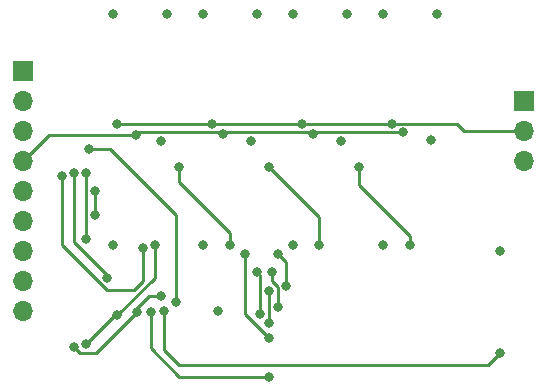
<source format=gbr>
%TF.GenerationSoftware,KiCad,Pcbnew,(6.0.0-0)*%
%TF.CreationDate,2022-03-20T10:52:16-04:00*%
%TF.ProjectId,ADC-smal,4144432d-736d-4616-9c2e-6b696361645f,rev?*%
%TF.SameCoordinates,Original*%
%TF.FileFunction,Copper,L4,Bot*%
%TF.FilePolarity,Positive*%
%FSLAX46Y46*%
G04 Gerber Fmt 4.6, Leading zero omitted, Abs format (unit mm)*
G04 Created by KiCad (PCBNEW (6.0.0-0)) date 2022-03-20 10:52:16*
%MOMM*%
%LPD*%
G01*
G04 APERTURE LIST*
%TA.AperFunction,ComponentPad*%
%ADD10R,1.700000X1.700000*%
%TD*%
%TA.AperFunction,ComponentPad*%
%ADD11O,1.700000X1.700000*%
%TD*%
%TA.AperFunction,ViaPad*%
%ADD12C,0.800000*%
%TD*%
%TA.AperFunction,Conductor*%
%ADD13C,0.250000*%
%TD*%
G04 APERTURE END LIST*
D10*
%TO.P,J2,1,Pin_1*%
%TO.N,~{EI}*%
X106172000Y-52334000D03*
D11*
%TO.P,J2,2,Pin_2*%
%TO.N,~{EO}*%
X106172000Y-54874000D03*
%TO.P,J2,3,Pin_3*%
%TO.N,~{GS}*%
X106172000Y-57414000D03*
%TO.P,J2,4,Pin_4*%
%TO.N,Vin*%
X106172000Y-59954000D03*
%TO.P,J2,5,Pin_5*%
%TO.N,Vrefi*%
X106172000Y-62494000D03*
%TO.P,J2,6,Pin_6*%
%TO.N,Vrefo*%
X106172000Y-65034000D03*
%TO.P,J2,7,Pin_7*%
%TO.N,~{A2}*%
X106172000Y-67574000D03*
%TO.P,J2,8,Pin_8*%
%TO.N,~{A1}*%
X106172000Y-70114000D03*
%TO.P,J2,9,Pin_9*%
%TO.N,~{A0}*%
X106172000Y-72654000D03*
%TD*%
D10*
%TO.P,J1,1,Pin_1*%
%TO.N,GND*%
X148590000Y-54879000D03*
D11*
%TO.P,J1,2,Pin_2*%
%TO.N,+12V*%
X148590000Y-57419000D03*
%TO.P,J1,3,Pin_3*%
%TO.N,+5V*%
X148590000Y-59959000D03*
%TD*%
D12*
%TO.N,~{EI}*%
X111760000Y-58928000D03*
X119126000Y-71882000D03*
%TO.N,~{EO}*%
X110490000Y-60960000D03*
X113288299Y-69845701D03*
%TO.N,~{GS}*%
X109474000Y-61214000D03*
X116332000Y-67310000D03*
%TO.N,Vin*%
X123063000Y-57620500D03*
X130698086Y-57620500D03*
X115706874Y-57723652D03*
X138303000Y-57531000D03*
%TO.N,~{A0}*%
X126238000Y-72898000D03*
X125984000Y-69342000D03*
%TO.N,GND*%
X140716000Y-58166000D03*
X125984000Y-47498000D03*
X141224000Y-47498000D03*
X125460914Y-58255500D03*
X133096000Y-58255500D03*
X117840914Y-58255500D03*
X122682000Y-72644000D03*
X133604000Y-47498000D03*
X118364000Y-47498000D03*
X146558000Y-67564000D03*
%TO.N,+12V*%
X137414000Y-56806500D03*
X129789701Y-56806500D03*
X114161076Y-56823824D03*
X122169701Y-56806500D03*
%TO.N,+5V*%
X121412000Y-47498000D03*
X129032000Y-47498000D03*
X121412000Y-67056000D03*
X136652000Y-67056000D03*
X136652000Y-47498000D03*
X113792000Y-67056000D03*
X129029801Y-67029969D03*
X113792000Y-47498000D03*
%TO.N,Q0*%
X112268000Y-62484000D03*
X118110000Y-72644000D03*
X112268000Y-64516000D03*
X146558000Y-76200000D03*
%TO.N,Q1*%
X111506000Y-66548000D03*
X127000000Y-78232000D03*
X116967000Y-72762400D03*
X111506000Y-60960000D03*
%TO.N,Q2*%
X117864599Y-71365401D03*
X110490000Y-75692000D03*
X115824000Y-72743521D03*
%TO.N,Q3*%
X114142984Y-73018511D03*
X111506000Y-75438000D03*
X117348000Y-67056000D03*
%TO.N,Q4*%
X127759851Y-67815851D03*
X128448826Y-70558564D03*
%TO.N,Q5*%
X127000000Y-74930000D03*
X124968000Y-67818000D03*
%TO.N,Q6*%
X127000000Y-73660000D03*
X126962500Y-70936822D03*
%TO.N,Q7*%
X127724326Y-72309667D03*
X127254000Y-69342000D03*
%TO.N,Net-(R17-Pad1)*%
X123698000Y-67056000D03*
X119380000Y-60452000D03*
%TO.N,Net-(R16-Pad2)*%
X127000000Y-60452000D03*
X131252887Y-67029967D03*
%TO.N,Net-(R22-Pad2)*%
X138938000Y-67056000D03*
X134620000Y-60452000D03*
%TD*%
D13*
%TO.N,~{EI}*%
X113538000Y-58928000D02*
X119126000Y-64516000D01*
X111760000Y-58928000D02*
X113538000Y-58928000D01*
X119126000Y-64516000D02*
X119126000Y-71882000D01*
%TO.N,Vin*%
X106172000Y-59959000D02*
X108407348Y-57723652D01*
X108407348Y-57723652D02*
X115706874Y-57723652D01*
%TO.N,~{EO}*%
X110490000Y-66802000D02*
X113288299Y-69600299D01*
X113288299Y-69600299D02*
X113288299Y-69845701D01*
X110490000Y-60960000D02*
X110490000Y-66802000D01*
%TO.N,~{GS}*%
X116078000Y-70358000D02*
X116332000Y-70104000D01*
X110998000Y-68580000D02*
X113284000Y-70866000D01*
X116332000Y-70104000D02*
X116332000Y-67310000D01*
X109474000Y-67056000D02*
X110998000Y-68580000D01*
X113284000Y-70866000D02*
X114046000Y-70866000D01*
X109474000Y-61214000D02*
X109474000Y-67056000D01*
X115570000Y-70866000D02*
X116078000Y-70358000D01*
X114046000Y-70866000D02*
X115570000Y-70866000D01*
%TO.N,Vin*%
X115899526Y-57531000D02*
X115706874Y-57723652D01*
X138303000Y-57531000D02*
X115899526Y-57531000D01*
%TO.N,~{A0}*%
X126238000Y-69596000D02*
X125984000Y-69342000D01*
X126238000Y-72898000D02*
X126238000Y-69596000D01*
%TO.N,+12V*%
X143525000Y-57419000D02*
X148590000Y-57419000D01*
X137414000Y-56806500D02*
X142912500Y-56806500D01*
X137414000Y-56806500D02*
X114178400Y-56806500D01*
X114178400Y-56806500D02*
X114161076Y-56823824D01*
X142912500Y-56806500D02*
X143525000Y-57419000D01*
%TO.N,Q0*%
X126492000Y-77216000D02*
X145542000Y-77216000D01*
X119380000Y-77216000D02*
X126492000Y-77216000D01*
X112268000Y-62484000D02*
X112268000Y-64516000D01*
X118110000Y-75946000D02*
X119380000Y-77216000D01*
X145542000Y-77216000D02*
X146558000Y-76200000D01*
X118110000Y-72644000D02*
X118110000Y-75946000D01*
%TO.N,Q1*%
X119380000Y-78232000D02*
X116967000Y-75819000D01*
X111506000Y-61468000D02*
X111506000Y-60960000D01*
X116967000Y-75819000D02*
X116967000Y-72762400D01*
X111506000Y-66548000D02*
X111506000Y-61468000D01*
X127000000Y-78232000D02*
X119380000Y-78232000D01*
%TO.N,Q2*%
X112367521Y-76200000D02*
X115824000Y-72743521D01*
X115824000Y-72390000D02*
X116848599Y-71365401D01*
X110490000Y-75692000D02*
X110998000Y-76200000D01*
X116848599Y-71365401D02*
X117864599Y-71365401D01*
X110998000Y-76200000D02*
X112367521Y-76200000D01*
X115824000Y-72743521D02*
X115824000Y-72390000D01*
%TO.N,Q3*%
X117348000Y-69813495D02*
X114142984Y-73018511D01*
X113925489Y-73018511D02*
X114142984Y-73018511D01*
X111506000Y-75438000D02*
X113925489Y-73018511D01*
X117348000Y-67056000D02*
X117348000Y-69813495D01*
%TO.N,Q4*%
X128448826Y-68504826D02*
X128448826Y-70558564D01*
X127759851Y-67815851D02*
X128448826Y-68504826D01*
%TO.N,Q5*%
X124968000Y-72898000D02*
X124968000Y-67818000D01*
X127000000Y-74930000D02*
X124968000Y-72898000D01*
%TO.N,Q6*%
X127000000Y-73660000D02*
X126962500Y-73622500D01*
X126962500Y-73622500D02*
X126962500Y-70936822D01*
%TO.N,Q7*%
X127254000Y-70104000D02*
X127724326Y-70574326D01*
X127254000Y-69342000D02*
X127254000Y-70104000D01*
X127724326Y-70574326D02*
X127724326Y-72309667D01*
%TO.N,Net-(R17-Pad1)*%
X119380000Y-61722000D02*
X119380000Y-60452000D01*
X123698000Y-66040000D02*
X120142000Y-62484000D01*
X123698000Y-67056000D02*
X123698000Y-66040000D01*
X120142000Y-62484000D02*
X119380000Y-61722000D01*
%TO.N,Net-(R16-Pad2)*%
X131252887Y-64704887D02*
X131252887Y-67029967D01*
X127000000Y-60452000D02*
X131252887Y-64704887D01*
%TO.N,Net-(R22-Pad2)*%
X134620000Y-61976000D02*
X134620000Y-60452000D01*
X138938000Y-67056000D02*
X138938000Y-66294000D01*
X135890000Y-63246000D02*
X134620000Y-61976000D01*
X138938000Y-66294000D02*
X135890000Y-63246000D01*
%TD*%
M02*

</source>
